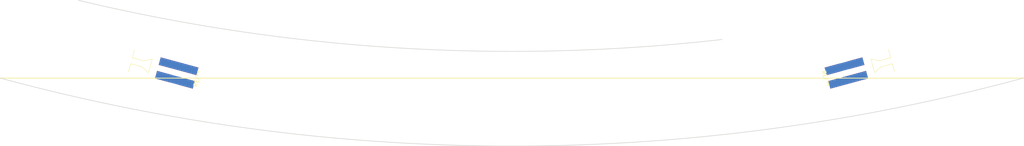
<source format=kicad_pcb>
(kicad_pcb (version 20171130) (host pcbnew "(5.0.1)-4")

  (general
    (thickness 1.6)
    (drawings 3)
    (tracks 0)
    (zones 0)
    (modules 2)
    (nets 1)
  )

  (page A3)
  (layers
    (0 F.Cu signal)
    (31 B.Cu signal)
    (32 B.Adhes user)
    (33 F.Adhes user)
    (34 B.Paste user)
    (35 F.Paste user)
    (36 B.SilkS user)
    (37 F.SilkS user)
    (38 B.Mask user)
    (39 F.Mask user)
    (40 Dwgs.User user)
    (41 Cmts.User user)
    (42 Eco1.User user)
    (43 Eco2.User user)
    (44 Edge.Cuts user)
    (45 Margin user)
    (46 B.CrtYd user)
    (47 F.CrtYd user)
    (48 B.Fab user)
    (49 F.Fab user)
  )

  (setup
    (last_trace_width 0.25)
    (trace_clearance 0.2)
    (zone_clearance 0.508)
    (zone_45_only no)
    (trace_min 0.2)
    (segment_width 0.2)
    (edge_width 0.15)
    (via_size 0.8)
    (via_drill 0.4)
    (via_min_size 0.4)
    (via_min_drill 0.3)
    (uvia_size 0.3)
    (uvia_drill 0.1)
    (uvias_allowed no)
    (uvia_min_size 0.2)
    (uvia_min_drill 0.1)
    (pcb_text_width 0.3)
    (pcb_text_size 1.5 1.5)
    (mod_edge_width 0.15)
    (mod_text_size 1 1)
    (mod_text_width 0.15)
    (pad_size 1.524 1.524)
    (pad_drill 0.762)
    (pad_to_mask_clearance 0.051)
    (solder_mask_min_width 0.25)
    (aux_axis_origin 0 0)
    (visible_elements FFFFFF7F)
    (pcbplotparams
      (layerselection 0x010fc_ffffffff)
      (usegerberextensions false)
      (usegerberattributes false)
      (usegerberadvancedattributes false)
      (creategerberjobfile false)
      (excludeedgelayer true)
      (linewidth 0.100000)
      (plotframeref false)
      (viasonmask false)
      (mode 1)
      (useauxorigin false)
      (hpglpennumber 1)
      (hpglpenspeed 20)
      (hpglpendiameter 15.000000)
      (psnegative false)
      (psa4output false)
      (plotreference true)
      (plotvalue true)
      (plotinvisibletext false)
      (padsonsilk false)
      (subtractmaskfromsilk false)
      (outputformat 1)
      (mirror false)
      (drillshape 1)
      (scaleselection 1)
      (outputdirectory ""))
  )

  (net 0 "")

  (net_class Default "This is the default net class."
    (clearance 0.2)
    (trace_width 0.25)
    (via_dia 0.8)
    (via_drill 0.4)
    (uvia_dia 0.3)
    (uvia_drill 0.1)
  )

  (module local:Spoke_Connector (layer F.Cu) (tedit 5BF59E3B) (tstamp 5BF5B8BD)
    (at 211.9 0 285.2)
    (fp_text reference REF** (at 0 0.5 285.2) (layer F.SilkS)
      (effects (font (size 1 1) (thickness 0.15)))
    )
    (fp_text value Spoke_Connector (at 0 -0.5 285.2) (layer F.Fab)
      (effects (font (size 1 1) (thickness 0.15)))
    )
    (fp_line (start 0.8 -17) (end 2.8 -17) (layer F.SilkS) (width 0.12))
    (fp_line (start -0.8 -17) (end -3 -17) (layer F.SilkS) (width 0.12))
    (fp_line (start 0.8 -14) (end 0.8 -17) (layer F.SilkS) (width 0.12))
    (fp_line (start 1.8 -12) (end 0.8 -14) (layer F.SilkS) (width 0.12))
    (fp_line (start -1.8 -12) (end 1.8 -12) (layer F.SilkS) (width 0.12))
    (fp_line (start -0.8 -14) (end -1.8 -12) (layer F.SilkS) (width 0.12))
    (fp_line (start -0.8 -17) (end -0.8 -14) (layer F.SilkS) (width 0.12))
    (pad 4 smd rect (at -1.8 -8 285.2) (size 2 4) (layers F.Cu F.Paste F.Mask))
    (pad 3 smd rect (at -1.8 -2 285.2) (size 2 4) (layers F.Cu F.Paste F.Mask))
    (pad 5 smd rect (at 1.8 -5 285.2) (size 2 10) (layers F.Cu F.Paste F.Mask))
    (pad 2 smd rect (at 1.8 -5 285.2) (size 2 10) (layers B.Cu B.Paste B.Mask))
    (pad 1 smd rect (at -1.8 -5 285.2) (size 2 10) (layers B.Cu B.Paste B.Mask))
  )

  (module local:Spoke_Connector (layer F.Cu) (tedit 5BF59E3B) (tstamp 5BF5BC25)
    (at 50 0 74.8)
    (fp_text reference REF** (at 0 0.5 74.8) (layer F.SilkS)
      (effects (font (size 1 1) (thickness 0.15)))
    )
    (fp_text value Spoke_Connector (at 0 -0.5 74.8) (layer F.Fab)
      (effects (font (size 1 1) (thickness 0.15)))
    )
    (fp_line (start 0.8 -17) (end 2.8 -17) (layer F.SilkS) (width 0.12))
    (fp_line (start -0.8 -17) (end -3 -17) (layer F.SilkS) (width 0.12))
    (fp_line (start 0.8 -14) (end 0.8 -17) (layer F.SilkS) (width 0.12))
    (fp_line (start 1.8 -12) (end 0.8 -14) (layer F.SilkS) (width 0.12))
    (fp_line (start -1.8 -11.999999) (end 1.8 -12) (layer F.SilkS) (width 0.12))
    (fp_line (start -0.8 -14) (end -1.8 -11.999999) (layer F.SilkS) (width 0.12))
    (fp_line (start -0.8 -17) (end -0.8 -14) (layer F.SilkS) (width 0.12))
    (pad 4 smd rect (at -1.8 -8 74.8) (size 2 4) (layers F.Cu F.Paste F.Mask))
    (pad 3 smd rect (at -1.8 -2.000001 74.8) (size 2 4) (layers F.Cu F.Paste F.Mask))
    (pad 5 smd rect (at 1.8 -5 74.8) (size 2 10) (layers F.Cu F.Paste F.Mask))
    (pad 2 smd rect (at 1.8 -5 74.8) (size 2 10) (layers B.Cu B.Paste B.Mask))
    (pad 1 smd rect (at -1.8 -5 74.8) (size 2 10) (layers B.Cu B.Paste B.Mask))
  )

  (gr_arc (start 131 -482.5) (end 20 -20) (angle -20) (layer Edge.Cuts) (width 0.15) (tstamp 5BF5C4B7))
  (gr_arc (start 131 -482.5) (end 0 0) (angle -30.4) (layer Edge.Cuts) (width 0.15))
  (gr_line (start 0 0) (end 261.9 0) (layer F.SilkS) (width 0.2))

)

</source>
